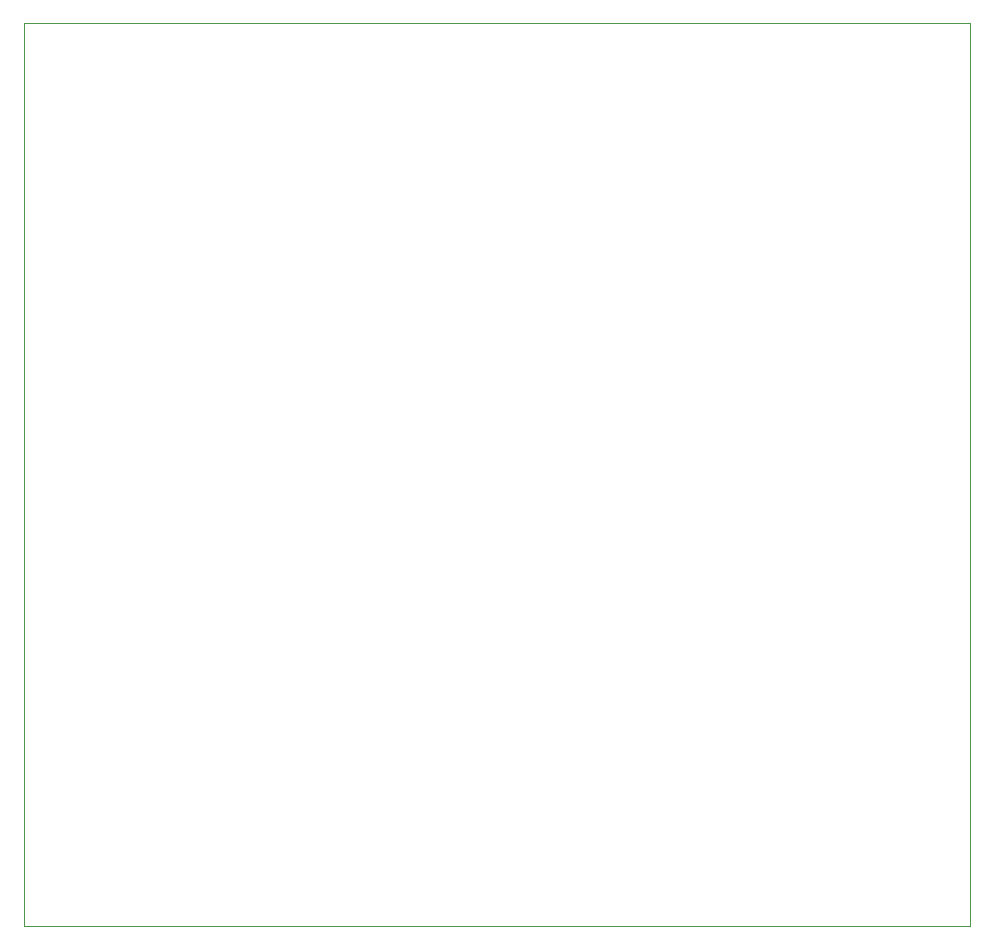
<source format=gbr>
%TF.GenerationSoftware,KiCad,Pcbnew,9.0.7*%
%TF.CreationDate,2026-02-22T16:46:50+05:30*%
%TF.ProjectId,Project,50726f6a-6563-4742-9e6b-696361645f70,rev?*%
%TF.SameCoordinates,Original*%
%TF.FileFunction,Profile,NP*%
%FSLAX46Y46*%
G04 Gerber Fmt 4.6, Leading zero omitted, Abs format (unit mm)*
G04 Created by KiCad (PCBNEW 9.0.7) date 2026-02-22 16:46:50*
%MOMM*%
%LPD*%
G01*
G04 APERTURE LIST*
%TA.AperFunction,Profile*%
%ADD10C,0.050000*%
%TD*%
G04 APERTURE END LIST*
D10*
X101440000Y-36540000D02*
X181500000Y-36540000D01*
X181500000Y-112990000D01*
X101440000Y-112990000D01*
X101440000Y-36540000D01*
M02*

</source>
